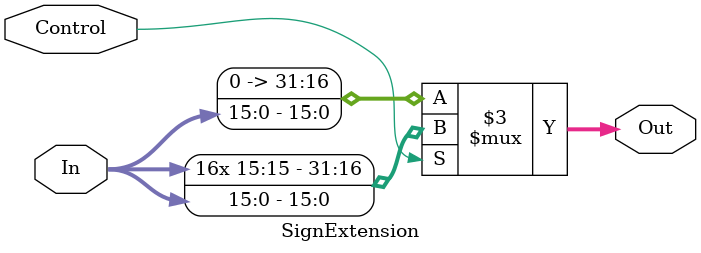
<source format=v>
`timescale 1ns / 1ps
module SignExtension(In, Out, Control);
    // Control Input(s)
    input Control;
    // Data Input(s)
    input [15:0] In;
    // Control Output(s)
    // Data Output(s)
    output reg [31:0] Out;
    
    always @(*) begin
        if(Control) begin
            Out <= {{16{In[15]}},In};
        end else begin
            Out <= {{16{0}}, In};
            //Out = (In[15] == 0) ? (In) : (In | 'hffff0000);
        end
    end
endmodule

</source>
